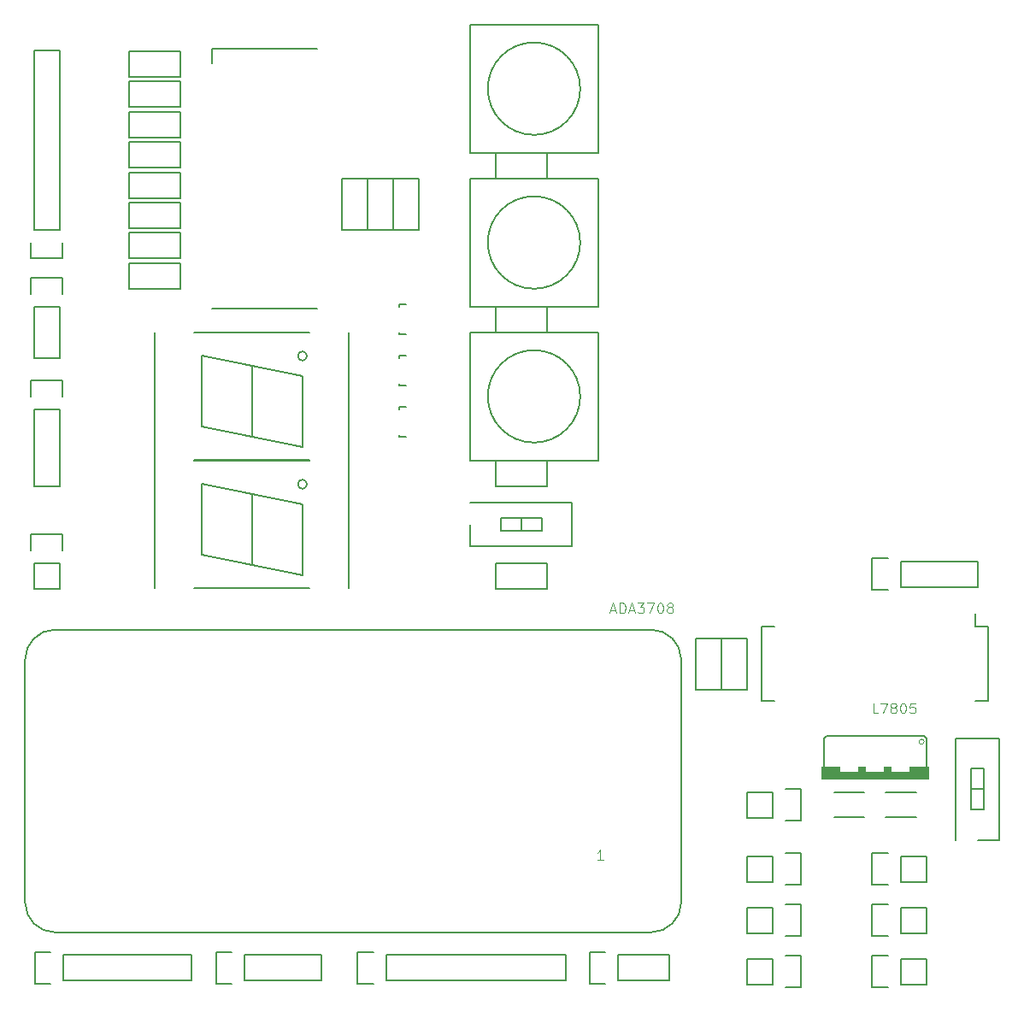
<source format=gto>
G04 #@! TF.FileFunction,Legend,Top*
%FSLAX46Y46*%
G04 Gerber Fmt 4.6, Leading zero omitted, Abs format (unit mm)*
G04 Created by KiCad (PCBNEW 4.0.2+dfsg1-stable) date 2019年09月16日 23時03分05秒*
%MOMM*%
G01*
G04 APERTURE LIST*
%ADD10C,0.100000*%
%ADD11C,0.127000*%
%ADD12C,0.150000*%
%ADD13C,0.200000*%
%ADD14C,0.152400*%
%ADD15C,0.050000*%
G04 APERTURE END LIST*
D10*
D11*
X92575200Y-135769000D02*
G75*
G03X89575200Y-132769000I-3000000J0D01*
G01*
X89575200Y-132769000D02*
X30575200Y-132769000D01*
X30575200Y-132769000D02*
G75*
G03X27575200Y-135769000I0J-3000000D01*
G01*
X27575200Y-135769000D02*
X27575200Y-159769000D01*
X27575200Y-159769000D02*
G75*
G03X30575200Y-162769000I3000000J0D01*
G01*
X30575200Y-162769000D02*
X89575200Y-162769000D01*
X89575200Y-162769000D02*
G75*
G03X92575200Y-159769000I0J3000000D01*
G01*
X92575200Y-159769000D02*
X92575200Y-135769000D01*
X55675200Y-132769000D02*
X47325200Y-132769000D01*
X43075200Y-132769000D02*
X34725200Y-132769000D01*
D12*
X115820000Y-151380000D02*
X112820000Y-151380000D01*
X112820000Y-148880000D02*
X115820000Y-148880000D01*
X107700000Y-148880000D02*
X110700000Y-148880000D01*
X110700000Y-151380000D02*
X107700000Y-151380000D01*
X111480000Y-163110000D02*
X113030000Y-163110000D01*
X116840000Y-162830000D02*
X114300000Y-162830000D01*
X114300000Y-162830000D02*
X114300000Y-160290000D01*
X113030000Y-160010000D02*
X111480000Y-160010000D01*
X111480000Y-160010000D02*
X111480000Y-163110000D01*
X114300000Y-160290000D02*
X116840000Y-160290000D01*
X116840000Y-160290000D02*
X116840000Y-162830000D01*
X111480000Y-168190000D02*
X113030000Y-168190000D01*
X116840000Y-167910000D02*
X114300000Y-167910000D01*
X114300000Y-167910000D02*
X114300000Y-165370000D01*
X113030000Y-165090000D02*
X111480000Y-165090000D01*
X111480000Y-165090000D02*
X111480000Y-168190000D01*
X114300000Y-165370000D02*
X116840000Y-165370000D01*
X116840000Y-165370000D02*
X116840000Y-167910000D01*
X111480000Y-158030000D02*
X113030000Y-158030000D01*
X116840000Y-157750000D02*
X114300000Y-157750000D01*
X114300000Y-157750000D02*
X114300000Y-155210000D01*
X113030000Y-154930000D02*
X111480000Y-154930000D01*
X111480000Y-154930000D02*
X111480000Y-158030000D01*
X114300000Y-155210000D02*
X116840000Y-155210000D01*
X116840000Y-155210000D02*
X116840000Y-157750000D01*
X104420000Y-148580000D02*
X102870000Y-148580000D01*
X99060000Y-148860000D02*
X101600000Y-148860000D01*
X101600000Y-148860000D02*
X101600000Y-151400000D01*
X102870000Y-151680000D02*
X104420000Y-151680000D01*
X104420000Y-151680000D02*
X104420000Y-148580000D01*
X101600000Y-151400000D02*
X99060000Y-151400000D01*
X99060000Y-151400000D02*
X99060000Y-148860000D01*
X104420000Y-154930000D02*
X102870000Y-154930000D01*
X99060000Y-155210000D02*
X101600000Y-155210000D01*
X101600000Y-155210000D02*
X101600000Y-157750000D01*
X102870000Y-158030000D02*
X104420000Y-158030000D01*
X104420000Y-158030000D02*
X104420000Y-154930000D01*
X101600000Y-157750000D02*
X99060000Y-157750000D01*
X99060000Y-157750000D02*
X99060000Y-155210000D01*
X104420000Y-160010000D02*
X102870000Y-160010000D01*
X99060000Y-160290000D02*
X101600000Y-160290000D01*
X101600000Y-160290000D02*
X101600000Y-162830000D01*
X102870000Y-163110000D02*
X104420000Y-163110000D01*
X104420000Y-163110000D02*
X104420000Y-160010000D01*
X101600000Y-162830000D02*
X99060000Y-162830000D01*
X99060000Y-162830000D02*
X99060000Y-160290000D01*
X104420000Y-165090000D02*
X102870000Y-165090000D01*
X99060000Y-165370000D02*
X101600000Y-165370000D01*
X101600000Y-165370000D02*
X101600000Y-167910000D01*
X102870000Y-168190000D02*
X104420000Y-168190000D01*
X104420000Y-168190000D02*
X104420000Y-165090000D01*
X101600000Y-167910000D02*
X99060000Y-167910000D01*
X99060000Y-167910000D02*
X99060000Y-165370000D01*
X114300000Y-126000000D02*
X121920000Y-126000000D01*
X114300000Y-128540000D02*
X121920000Y-128540000D01*
X111480000Y-128820000D02*
X113030000Y-128820000D01*
X121920000Y-126000000D02*
X121920000Y-128540000D01*
X114300000Y-128540000D02*
X114300000Y-126000000D01*
X113030000Y-125720000D02*
X111480000Y-125720000D01*
X111480000Y-125720000D02*
X111480000Y-128820000D01*
X31345200Y-167539000D02*
X44045200Y-167539000D01*
X44045200Y-167539000D02*
X44045200Y-164999000D01*
X44045200Y-164999000D02*
X31345200Y-164999000D01*
X28525200Y-167819000D02*
X30075200Y-167819000D01*
X31345200Y-167539000D02*
X31345200Y-164999000D01*
X30075200Y-164719000D02*
X28525200Y-164719000D01*
X28525200Y-164719000D02*
X28525200Y-167819000D01*
X63345200Y-167539000D02*
X81125200Y-167539000D01*
X81125200Y-167539000D02*
X81125200Y-164999000D01*
X81125200Y-164999000D02*
X63345200Y-164999000D01*
X60525200Y-167819000D02*
X62075200Y-167819000D01*
X63345200Y-167539000D02*
X63345200Y-164999000D01*
X62075200Y-164719000D02*
X60525200Y-164719000D01*
X60525200Y-164719000D02*
X60525200Y-167819000D01*
X49345200Y-164999000D02*
X56965200Y-164999000D01*
X49345200Y-167539000D02*
X56965200Y-167539000D01*
X46525200Y-167819000D02*
X48075200Y-167819000D01*
X56965200Y-164999000D02*
X56965200Y-167539000D01*
X49345200Y-167539000D02*
X49345200Y-164999000D01*
X48075200Y-164719000D02*
X46525200Y-164719000D01*
X46525200Y-164719000D02*
X46525200Y-167819000D01*
X85075200Y-164719000D02*
X83525200Y-164719000D01*
X83525200Y-164719000D02*
X83525200Y-167819000D01*
X83525200Y-167819000D02*
X85075200Y-167819000D01*
X86345200Y-164999000D02*
X91425200Y-164999000D01*
X91425200Y-164999000D02*
X91425200Y-167539000D01*
X91425200Y-167539000D02*
X86345200Y-167539000D01*
X86345200Y-167539000D02*
X86345200Y-164999000D01*
X28180000Y-123360000D02*
X28180000Y-124910000D01*
X28460000Y-128720000D02*
X28460000Y-126180000D01*
X28460000Y-126180000D02*
X31000000Y-126180000D01*
X31280000Y-124910000D02*
X31280000Y-123360000D01*
X31280000Y-123360000D02*
X28180000Y-123360000D01*
X31000000Y-126180000D02*
X31000000Y-128720000D01*
X31000000Y-128720000D02*
X28460000Y-128720000D01*
X31280000Y-99510000D02*
X31280000Y-97960000D01*
X31280000Y-97960000D02*
X28180000Y-97960000D01*
X28180000Y-97960000D02*
X28180000Y-99510000D01*
X31000000Y-100780000D02*
X31000000Y-105860000D01*
X31000000Y-105860000D02*
X28460000Y-105860000D01*
X28460000Y-105860000D02*
X28460000Y-100780000D01*
X28460000Y-100780000D02*
X31000000Y-100780000D01*
X31000000Y-93160000D02*
X31000000Y-75380000D01*
X31000000Y-75380000D02*
X28460000Y-75380000D01*
X28460000Y-75380000D02*
X28460000Y-93160000D01*
X31280000Y-95980000D02*
X31280000Y-94430000D01*
X31000000Y-93160000D02*
X28460000Y-93160000D01*
X28180000Y-94430000D02*
X28180000Y-95980000D01*
X28180000Y-95980000D02*
X31280000Y-95980000D01*
X31000000Y-110940000D02*
X31000000Y-118560000D01*
X28460000Y-110940000D02*
X28460000Y-118560000D01*
X28180000Y-108120000D02*
X28180000Y-109670000D01*
X31000000Y-118560000D02*
X28460000Y-118560000D01*
X28460000Y-110940000D02*
X31000000Y-110940000D01*
X31280000Y-109670000D02*
X31280000Y-108120000D01*
X31280000Y-108120000D02*
X28180000Y-108120000D01*
X64639760Y-110910840D02*
X64639760Y-110959100D01*
X65340800Y-113709820D02*
X64639760Y-113709820D01*
X64639760Y-113709820D02*
X64639760Y-113460900D01*
X64639760Y-110910840D02*
X64639760Y-110710180D01*
X64639760Y-110710180D02*
X65340800Y-110710180D01*
X64639760Y-105830840D02*
X64639760Y-105879100D01*
X65340800Y-108629820D02*
X64639760Y-108629820D01*
X64639760Y-108629820D02*
X64639760Y-108380900D01*
X64639760Y-105830840D02*
X64639760Y-105630180D01*
X64639760Y-105630180D02*
X65340800Y-105630180D01*
X64639760Y-100750840D02*
X64639760Y-100799100D01*
X65340800Y-103549820D02*
X64639760Y-103549820D01*
X64639760Y-103549820D02*
X64639760Y-103300900D01*
X64639760Y-100750840D02*
X64639760Y-100550180D01*
X64639760Y-100550180D02*
X65340800Y-100550180D01*
X96520000Y-138700000D02*
X96520000Y-133620000D01*
X96520000Y-133620000D02*
X99060000Y-133620000D01*
X99060000Y-133620000D02*
X99060000Y-138700000D01*
X99060000Y-138700000D02*
X96520000Y-138700000D01*
X96520000Y-133620000D02*
X96520000Y-138700000D01*
X96520000Y-138700000D02*
X93980000Y-138700000D01*
X93980000Y-138700000D02*
X93980000Y-133620000D01*
X93980000Y-133620000D02*
X96520000Y-133620000D01*
X42980000Y-78010000D02*
X37900000Y-78010000D01*
X37900000Y-78010000D02*
X37900000Y-75470000D01*
X37900000Y-75470000D02*
X42980000Y-75470000D01*
X42980000Y-75470000D02*
X42980000Y-78010000D01*
X42980000Y-81010000D02*
X37900000Y-81010000D01*
X37900000Y-81010000D02*
X37900000Y-78470000D01*
X37900000Y-78470000D02*
X42980000Y-78470000D01*
X42980000Y-78470000D02*
X42980000Y-81010000D01*
X42980000Y-84010000D02*
X37900000Y-84010000D01*
X37900000Y-84010000D02*
X37900000Y-81470000D01*
X37900000Y-81470000D02*
X42980000Y-81470000D01*
X42980000Y-81470000D02*
X42980000Y-84010000D01*
X42980000Y-87010000D02*
X37900000Y-87010000D01*
X37900000Y-87010000D02*
X37900000Y-84470000D01*
X37900000Y-84470000D02*
X42980000Y-84470000D01*
X42980000Y-84470000D02*
X42980000Y-87010000D01*
X42980000Y-90010000D02*
X37900000Y-90010000D01*
X37900000Y-90010000D02*
X37900000Y-87470000D01*
X37900000Y-87470000D02*
X42980000Y-87470000D01*
X42980000Y-87470000D02*
X42980000Y-90010000D01*
X58940000Y-93160000D02*
X58940000Y-88080000D01*
X58940000Y-88080000D02*
X61480000Y-88080000D01*
X61480000Y-88080000D02*
X61480000Y-93160000D01*
X61480000Y-93160000D02*
X58940000Y-93160000D01*
X42980000Y-93010000D02*
X37900000Y-93010000D01*
X37900000Y-93010000D02*
X37900000Y-90470000D01*
X37900000Y-90470000D02*
X42980000Y-90470000D01*
X42980000Y-90470000D02*
X42980000Y-93010000D01*
X42980000Y-96010000D02*
X37900000Y-96010000D01*
X37900000Y-96010000D02*
X37900000Y-93470000D01*
X37900000Y-93470000D02*
X42980000Y-93470000D01*
X42980000Y-93470000D02*
X42980000Y-96010000D01*
X42980000Y-99010000D02*
X37900000Y-99010000D01*
X37900000Y-99010000D02*
X37900000Y-96470000D01*
X37900000Y-96470000D02*
X42980000Y-96470000D01*
X42980000Y-96470000D02*
X42980000Y-99010000D01*
X61480000Y-93160000D02*
X61480000Y-88080000D01*
X61480000Y-88080000D02*
X64020000Y-88080000D01*
X64020000Y-88080000D02*
X64020000Y-93160000D01*
X64020000Y-93160000D02*
X61480000Y-93160000D01*
X79260000Y-128720000D02*
X74180000Y-128720000D01*
X74180000Y-128720000D02*
X74180000Y-126180000D01*
X74180000Y-126180000D02*
X79260000Y-126180000D01*
X79260000Y-126180000D02*
X79260000Y-128720000D01*
X79260000Y-118560000D02*
X74180000Y-118560000D01*
X74180000Y-118560000D02*
X74180000Y-116020000D01*
X74180000Y-116020000D02*
X79260000Y-116020000D01*
X79260000Y-116020000D02*
X79260000Y-118560000D01*
X79260000Y-103320000D02*
X74180000Y-103320000D01*
X74180000Y-103320000D02*
X74180000Y-100780000D01*
X74180000Y-100780000D02*
X79260000Y-100780000D01*
X79260000Y-100780000D02*
X79260000Y-103320000D01*
X79260000Y-88080000D02*
X74180000Y-88080000D01*
X74180000Y-88080000D02*
X74180000Y-85540000D01*
X74180000Y-85540000D02*
X79260000Y-85540000D01*
X79260000Y-85540000D02*
X79260000Y-88080000D01*
X64020000Y-93160000D02*
X64020000Y-88080000D01*
X64020000Y-88080000D02*
X66560000Y-88080000D01*
X66560000Y-88080000D02*
X66560000Y-93160000D01*
X66560000Y-93160000D02*
X64020000Y-93160000D01*
X55497214Y-118370000D02*
G75*
G03X55497214Y-118370000I-447214J0D01*
G01*
X45050000Y-125370000D02*
X50050000Y-126370000D01*
X50050000Y-126370000D02*
X55050000Y-127370000D01*
X55050000Y-127370000D02*
X55050000Y-120370000D01*
X55050000Y-120370000D02*
X50050000Y-119370000D01*
X45050000Y-118370000D02*
X50050000Y-119370000D01*
X50050000Y-119370000D02*
X50050000Y-126370000D01*
X45050000Y-125370000D02*
X45050000Y-118370000D01*
X59650000Y-116070000D02*
X59650000Y-128670000D01*
X44350000Y-128670000D02*
X55750000Y-128670000D01*
X44350000Y-116070000D02*
X55750000Y-116070000D01*
X40450000Y-128670000D02*
X40450000Y-116070000D01*
X55497214Y-105670000D02*
G75*
G03X55497214Y-105670000I-447214J0D01*
G01*
X45050000Y-112670000D02*
X50050000Y-113670000D01*
X50050000Y-113670000D02*
X55050000Y-114670000D01*
X55050000Y-114670000D02*
X55050000Y-107670000D01*
X55050000Y-107670000D02*
X50050000Y-106670000D01*
X45050000Y-105670000D02*
X50050000Y-106670000D01*
X50050000Y-106670000D02*
X50050000Y-113670000D01*
X45050000Y-112670000D02*
X45050000Y-105670000D01*
X59650000Y-103370000D02*
X59650000Y-115970000D01*
X44350000Y-115970000D02*
X55750000Y-115970000D01*
X44350000Y-103370000D02*
X55750000Y-103370000D01*
X40450000Y-115970000D02*
X40450000Y-103370000D01*
X81740000Y-120220000D02*
X81740000Y-124520000D01*
X71700000Y-122370000D02*
X71700000Y-124520000D01*
X81740000Y-120220000D02*
X71700000Y-120220000D01*
X81740000Y-124520000D02*
X71700000Y-124520000D01*
X76720000Y-121730000D02*
X76720000Y-123010000D01*
X78750000Y-121730000D02*
X74690000Y-121730000D01*
X74690000Y-121730000D02*
X74690000Y-123010000D01*
X74690000Y-123010000D02*
X78750000Y-123010000D01*
X78750000Y-123010000D02*
X78750000Y-121730000D01*
X82569050Y-109670000D02*
G75*
G03X82569050Y-109670000I-4579050J0D01*
G01*
X84340000Y-116020000D02*
X71640000Y-116020000D01*
X71640000Y-116020000D02*
X71640000Y-103320000D01*
X71640000Y-103320000D02*
X84340000Y-103320000D01*
X84340000Y-103320000D02*
X84340000Y-116020000D01*
X82569050Y-94430000D02*
G75*
G03X82569050Y-94430000I-4579050J0D01*
G01*
X84340000Y-100780000D02*
X71640000Y-100780000D01*
X71640000Y-100780000D02*
X71640000Y-88080000D01*
X71640000Y-88080000D02*
X84340000Y-88080000D01*
X84340000Y-88080000D02*
X84340000Y-100780000D01*
X82569050Y-79190000D02*
G75*
G03X82569050Y-79190000I-4579050J0D01*
G01*
X84340000Y-85540000D02*
X71640000Y-85540000D01*
X71640000Y-85540000D02*
X71640000Y-72840000D01*
X71640000Y-72840000D02*
X84340000Y-72840000D01*
X84340000Y-72840000D02*
X84340000Y-85540000D01*
X122945000Y-132485000D02*
X121675000Y-132485000D01*
X122945000Y-139835000D02*
X121675000Y-139835000D01*
X100575000Y-139835000D02*
X101845000Y-139835000D01*
X100575000Y-132485000D02*
X101845000Y-132485000D01*
X122945000Y-132485000D02*
X122945000Y-139835000D01*
X100575000Y-132485000D02*
X100575000Y-139835000D01*
X121675000Y-132485000D02*
X121675000Y-131200000D01*
D13*
X46085000Y-100955000D02*
X56535000Y-100955000D01*
X56535000Y-75205000D02*
X46085000Y-75205000D01*
X46085000Y-75205000D02*
X46085000Y-76650000D01*
D14*
X106934000Y-143272000D02*
X106680000Y-143526000D01*
X106934000Y-143272000D02*
X116586000Y-143272000D01*
X116840000Y-143526000D02*
X116586000Y-143272000D01*
X106680000Y-146447000D02*
X106680000Y-143526000D01*
X116840000Y-143526000D02*
X116840000Y-146447000D01*
D10*
X116636800Y-143881600D02*
G75*
G03X116636800Y-143881600I-254000J0D01*
G01*
G36*
X117095780Y-147590000D02*
X115189000Y-147590000D01*
X115189000Y-146319580D01*
X117095780Y-146319580D01*
X117095780Y-147590000D01*
G37*
G36*
X115194310Y-147590000D02*
X113411000Y-147590000D01*
X113411000Y-146826819D01*
X115194310Y-146826819D01*
X115194310Y-147590000D01*
G37*
G36*
X113413780Y-147590000D02*
X112649000Y-147590000D01*
X112649000Y-146317860D01*
X113413780Y-146317860D01*
X113413780Y-147590000D01*
G37*
G36*
X112650568Y-147590000D02*
X110871000Y-147590000D01*
X110871000Y-146826656D01*
X112650568Y-146826656D01*
X112650568Y-147590000D01*
G37*
G36*
X110870611Y-147590000D02*
X110109000Y-147590000D01*
X110109000Y-146319440D01*
X110870611Y-146319440D01*
X110870611Y-147590000D01*
G37*
G36*
X110106410Y-147590000D02*
X108331000Y-147590000D01*
X108331000Y-146826806D01*
X110106410Y-146826806D01*
X110106410Y-147590000D01*
G37*
G36*
X108326850Y-147590000D02*
X106426000Y-147590000D01*
X106426000Y-146318460D01*
X108326850Y-146318460D01*
X108326850Y-147590000D01*
G37*
D12*
X119770000Y-143570000D02*
X124070000Y-143570000D01*
X121920000Y-153610000D02*
X124070000Y-153610000D01*
X119770000Y-143570000D02*
X119770000Y-153610000D01*
X124070000Y-143570000D02*
X124070000Y-153610000D01*
X121280000Y-148590000D02*
X122560000Y-148590000D01*
X121280000Y-146560000D02*
X121280000Y-150620000D01*
X121280000Y-150620000D02*
X122560000Y-150620000D01*
X122560000Y-150620000D02*
X122560000Y-146560000D01*
X122560000Y-146560000D02*
X121280000Y-146560000D01*
D15*
X85593152Y-130844760D02*
X86069609Y-130844760D01*
X85497860Y-131130634D02*
X85831380Y-130130074D01*
X86164900Y-131130634D01*
X86498421Y-131130634D02*
X86498421Y-130130074D01*
X86736649Y-130130074D01*
X86879586Y-130177720D01*
X86974878Y-130273011D01*
X87022523Y-130368303D01*
X87070169Y-130558886D01*
X87070169Y-130701823D01*
X87022523Y-130892406D01*
X86974878Y-130987697D01*
X86879586Y-131082989D01*
X86736649Y-131130634D01*
X86498421Y-131130634D01*
X87451335Y-130844760D02*
X87927792Y-130844760D01*
X87356043Y-131130634D02*
X87689563Y-130130074D01*
X88023083Y-131130634D01*
X88261312Y-130130074D02*
X88880706Y-130130074D01*
X88547186Y-130511240D01*
X88690124Y-130511240D01*
X88785415Y-130558886D01*
X88833061Y-130606531D01*
X88880706Y-130701823D01*
X88880706Y-130940051D01*
X88833061Y-131035343D01*
X88785415Y-131082989D01*
X88690124Y-131130634D01*
X88404249Y-131130634D01*
X88308958Y-131082989D01*
X88261312Y-131035343D01*
X89214226Y-130130074D02*
X89881266Y-130130074D01*
X89452455Y-131130634D01*
X90453014Y-130130074D02*
X90548306Y-130130074D01*
X90643597Y-130177720D01*
X90691243Y-130225366D01*
X90738889Y-130320657D01*
X90786534Y-130511240D01*
X90786534Y-130749469D01*
X90738889Y-130940051D01*
X90691243Y-131035343D01*
X90643597Y-131082989D01*
X90548306Y-131130634D01*
X90453014Y-131130634D01*
X90357723Y-131082989D01*
X90310077Y-131035343D01*
X90262432Y-130940051D01*
X90214786Y-130749469D01*
X90214786Y-130511240D01*
X90262432Y-130320657D01*
X90310077Y-130225366D01*
X90357723Y-130177720D01*
X90453014Y-130130074D01*
X91358283Y-130558886D02*
X91262991Y-130511240D01*
X91215346Y-130463594D01*
X91167700Y-130368303D01*
X91167700Y-130320657D01*
X91215346Y-130225366D01*
X91262991Y-130177720D01*
X91358283Y-130130074D01*
X91548866Y-130130074D01*
X91644157Y-130177720D01*
X91691803Y-130225366D01*
X91739448Y-130320657D01*
X91739448Y-130368303D01*
X91691803Y-130463594D01*
X91644157Y-130511240D01*
X91548866Y-130558886D01*
X91358283Y-130558886D01*
X91262991Y-130606531D01*
X91215346Y-130654177D01*
X91167700Y-130749469D01*
X91167700Y-130940051D01*
X91215346Y-131035343D01*
X91262991Y-131082989D01*
X91358283Y-131130634D01*
X91548866Y-131130634D01*
X91644157Y-131082989D01*
X91691803Y-131035343D01*
X91739448Y-130940051D01*
X91739448Y-130749469D01*
X91691803Y-130654177D01*
X91644157Y-130606531D01*
X91548866Y-130558886D01*
X84833615Y-155589631D02*
X84262186Y-155589631D01*
X84547900Y-155589631D02*
X84547900Y-154589631D01*
X84452662Y-154732488D01*
X84357424Y-154827726D01*
X84262186Y-154875345D01*
X112069811Y-141056288D02*
X111593540Y-141056288D01*
X111593540Y-140056118D01*
X112307946Y-140056118D02*
X112974726Y-140056118D01*
X112546082Y-141056288D01*
X113498625Y-140484762D02*
X113403371Y-140437135D01*
X113355744Y-140389508D01*
X113308117Y-140294254D01*
X113308117Y-140246626D01*
X113355744Y-140151372D01*
X113403371Y-140103745D01*
X113498625Y-140056118D01*
X113689134Y-140056118D01*
X113784388Y-140103745D01*
X113832015Y-140151372D01*
X113879642Y-140246626D01*
X113879642Y-140294254D01*
X113832015Y-140389508D01*
X113784388Y-140437135D01*
X113689134Y-140484762D01*
X113498625Y-140484762D01*
X113403371Y-140532389D01*
X113355744Y-140580016D01*
X113308117Y-140675271D01*
X113308117Y-140865779D01*
X113355744Y-140961034D01*
X113403371Y-141008661D01*
X113498625Y-141056288D01*
X113689134Y-141056288D01*
X113784388Y-141008661D01*
X113832015Y-140961034D01*
X113879642Y-140865779D01*
X113879642Y-140675271D01*
X113832015Y-140580016D01*
X113784388Y-140532389D01*
X113689134Y-140484762D01*
X114498795Y-140056118D02*
X114594050Y-140056118D01*
X114689304Y-140103745D01*
X114736931Y-140151372D01*
X114784558Y-140246626D01*
X114832185Y-140437135D01*
X114832185Y-140675271D01*
X114784558Y-140865779D01*
X114736931Y-140961034D01*
X114689304Y-141008661D01*
X114594050Y-141056288D01*
X114498795Y-141056288D01*
X114403541Y-141008661D01*
X114355914Y-140961034D01*
X114308287Y-140865779D01*
X114260660Y-140675271D01*
X114260660Y-140437135D01*
X114308287Y-140246626D01*
X114355914Y-140151372D01*
X114403541Y-140103745D01*
X114498795Y-140056118D01*
X115737101Y-140056118D02*
X115260830Y-140056118D01*
X115213203Y-140532389D01*
X115260830Y-140484762D01*
X115356084Y-140437135D01*
X115594220Y-140437135D01*
X115689474Y-140484762D01*
X115737101Y-140532389D01*
X115784728Y-140627644D01*
X115784728Y-140865779D01*
X115737101Y-140961034D01*
X115689474Y-141008661D01*
X115594220Y-141056288D01*
X115356084Y-141056288D01*
X115260830Y-141008661D01*
X115213203Y-140961034D01*
M02*

</source>
